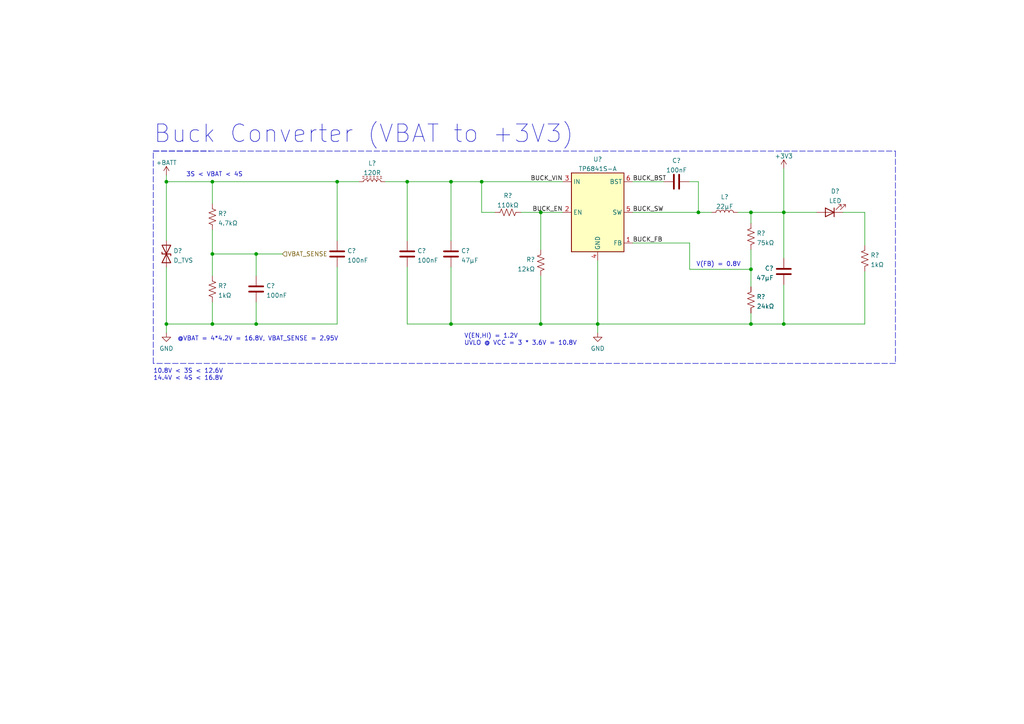
<source format=kicad_sch>
(kicad_sch (version 20211123) (generator eeschema)
  (paper "A4")
  (title_block (title "Multirotor ESC Board") (date "2022-09-12") (rev "v0.0.1") (company "Thomas Francois & Missouri S&T Multirotor Design Team") (comment 1 "Demonstration of example ESC board") (comment 2 "Based upon Phil's Lab Video Demonstration") (comment 3 "ESC Hardware Design (1/2) - Phil's Lab #66") (comment 4 "https://www.youtube.com/watch?v=dJjxcjJOlN0"))
  (lib_symbols
    (symbol "Device:C" (pin_numbers hide) (pin_names (offset 0.254))
      (property "Reference" "C" (at 0.635 2.54 0))
      (property "Value" "C" (at 0.635 -2.54 0))
      (symbol "C_0_1"
        (polyline (pts (xy -2.032 -0.762) (xy 2.032 -0.762)) (stroke (width 0.508)))
        (polyline (pts (xy -2.032 0.762) (xy 2.032 0.762)) (stroke (width 0.508)))
      )
      (symbol "C_1_1"
        (pin passive line (at 0 3.81 270) (length 2.794) (name "~") (number "1"))
        (pin passive line (at 0 -3.81 90) (length 2.794) (name "~") (number "2"))
      )
    )
    (symbol "Device:D_TVS" (pin_numbers hide) (pin_names (offset 1.016) hide)
      (property "Reference" "D" (at 0 2.54 0))
      (property "Value" "D_TVS" (at 0 -2.54 0))
      (symbol "D_TVS_0_1"
        (polyline (pts (xy 1.27 0) (xy -1.27 0)))
        (polyline (pts (xy 0.508 1.27) (xy 0 1.27) (xy 0 -1.27) (xy -0.508 -1.27)) (stroke (width 0.254)))
        (polyline (pts (xy -2.54 1.27) (xy -2.54 -1.27) (xy 2.54 1.27) (xy 2.54 -1.27) (xy -2.54 1.27)) (stroke (width 0.254)))
      )
      (symbol "D_TVS_1_1"
        (pin passive line (at -3.81 0 0) (length 2.54) (name "A1") (number "1"))
        (pin passive line (at 3.81 0 180) (length 2.54) (name "A2") (number "2"))
      )
    )
    (symbol "Device:L" (pin_numbers hide) (pin_names (offset 1.016) hide)
      (property "Reference" "L" (at -1.27 0 90))
      (property "Value" "L" (at 1.905 0 90))
      (symbol "L_0_1"
        (arc (start 0 -2.54) (mid 0.635 -1.905) (end 0 -1.27))
        (arc (start 0 -1.27) (mid 0.635 -0.635) (end 0 0))
        (arc (start 0 0) (mid 0.635 0.635) (end 0 1.27))
        (arc (start 0 1.27) (mid 0.635 1.905) (end 0 2.54))
      )
      (symbol "L_1_1"
        (pin passive line (at 0 3.81 270) (length 1.27) (name "1") (number "1"))
        (pin passive line (at 0 -3.81 90) (length 1.27) (name "2") (number "2"))
      )
    )
    (symbol "Device:LED" (pin_numbers hide) (pin_names (offset 1.016) hide)
      (property "Reference" "D" (at 0 2.54 0))
      (property "Value" "LED" (at 0 -2.54 0))
      (symbol "LED_0_1"
        (polyline (pts (xy -1.27 -1.27) (xy -1.27 1.27)) (stroke (width 0.254)))
        (polyline (pts (xy -1.27 0) (xy 1.27 0)))
        (polyline (pts (xy 1.27 -1.27) (xy 1.27 1.27) (xy -1.27 0) (xy 1.27 -1.27)) (stroke (width 0.254)))
        (polyline (pts (xy -3.048 -0.762) (xy -4.572 -2.286) (xy -3.81 -2.286) (xy -4.572 -2.286) (xy -4.572 -1.524)))
        (polyline (pts (xy -1.778 -0.762) (xy -3.302 -2.286) (xy -2.54 -2.286) (xy -3.302 -2.286) (xy -3.302 -1.524)))
      )
      (symbol "LED_1_1"
        (pin passive line (at -3.81 0 0) (length 2.54) (name "K") (number "1"))
        (pin passive line (at 3.81 0 180) (length 2.54) (name "A") (number "2"))
      )
    )
    (symbol "Device:L_Ferrite" (pin_numbers hide) (pin_names (offset 1.016) hide)
      (property "Reference" "L" (at -1.27 0 90))
      (property "Value" "L_Ferrite" (at 2.794 0 90))
      (symbol "L_Ferrite_0_1"
        (arc (start 0 -2.54) (mid 0.635 -1.905) (end 0 -1.27))
        (arc (start 0 -1.27) (mid 0.635 -0.635) (end 0 0))
        (polyline (pts (xy 1.016 -2.794) (xy 1.016 -2.286)))
        (polyline (pts (xy 1.016 -1.778) (xy 1.016 -1.27)))
        (polyline (pts (xy 1.016 -0.762) (xy 1.016 -0.254)))
        (polyline (pts (xy 1.016 0.254) (xy 1.016 0.762)))
        (polyline (pts (xy 1.016 1.27) (xy 1.016 1.778)))
        (polyline (pts (xy 1.016 2.286) (xy 1.016 2.794)))
        (polyline (pts (xy 1.524 -2.286) (xy 1.524 -2.794)))
        (polyline (pts (xy 1.524 -1.27) (xy 1.524 -1.778)))
        (polyline (pts (xy 1.524 -0.254) (xy 1.524 -0.762)))
        (polyline (pts (xy 1.524 0.762) (xy 1.524 0.254)))
        (polyline (pts (xy 1.524 1.778) (xy 1.524 1.27)))
        (polyline (pts (xy 1.524 2.794) (xy 1.524 2.286)))
        (arc (start 0 0) (mid 0.635 0.635) (end 0 1.27))
        (arc (start 0 1.27) (mid 0.635 1.905) (end 0 2.54))
      )
      (symbol "L_Ferrite_1_1"
        (pin passive line (at 0 3.81 270) (length 1.27) (name "1") (number "1"))
        (pin passive line (at 0 -3.81 90) (length 1.27) (name "2") (number "2"))
      )
    )
    (symbol "Device:R_US" (pin_numbers hide) (pin_names (offset 0))
      (property "Reference" "R" (at 2.54 0 90))
      (property "Value" "R_US" (at -2.54 0 90))
      (symbol "R_US_0_1"
        (polyline (pts (xy 0 -2.286) (xy 0 -2.54)))
        (polyline (pts (xy 0 2.286) (xy 0 2.54)))
        (polyline (pts (xy 0 -0.762) (xy 1.016 -1.143) (xy 0 -1.524) (xy -1.016 -1.905) (xy 0 -2.286)))
        (polyline (pts (xy 0 0.762) (xy 1.016 0.381) (xy 0 0) (xy -1.016 -0.381) (xy 0 -0.762)))
        (polyline (pts (xy 0 2.286) (xy 1.016 1.905) (xy 0 1.524) (xy -1.016 1.143) (xy 0 0.762)))
      )
      (symbol "R_US_1_1"
        (pin passive line (at 0 3.81 270) (length 1.27) (name "~") (number "1"))
        (pin passive line (at 0 -3.81 90) (length 1.27) (name "~") (number "2"))
      )
    )
    (symbol "Regulator_Switching:AP63200WU"
      (property "Reference" "U?" (at 0 9.0465 0))
      (property "Value" "TP6841S-A" (at 0 6.2714 0))
      (symbol "AP63200WU_0_1"
        (rectangle (start -7.62 5.08) (end 7.62 -17.78) (stroke (width 0.254)) (fill (type background)))
      )
      (symbol "AP63200WU_1_1"
        (pin input line (at 10.16 -15.24 180) (length 2.54) (name "FB") (number "1"))
        (pin input line (at -10.16 -6.35 0) (length 2.54) (name "EN") (number "2"))
        (pin power_in line (at -10.16 2.54 0) (length 2.54) (name "IN") (number "3"))
        (pin power_in line (at 0 -20.32 90) (length 2.54) (name "GND") (number "4"))
        (pin output line (at 10.16 -6.35 180) (length 2.54) (name "SW") (number "5"))
        (pin passive line (at 10.16 2.54 180) (length 2.54) (name "BST") (number "6"))
      )
    )
    (symbol "power:+3V3" (power) (pin_names (offset 0))
      (property "Value" "+3V3" (at 0 3.556 0))
      (symbol "+3V3_0_1"
        (polyline (pts (xy -0.762 1.27) (xy 0 2.54)))
        (polyline (pts (xy 0 0) (xy 0 2.54)))
        (polyline (pts (xy 0 2.54) (xy 0.762 1.27)))
      )
      (symbol "+3V3_1_1"
        (pin power_in line (at 0 0 90) (length 0) hide (name "+3V3") (number "1"))
      )
    )
    (symbol "power:+BATT" (power) (pin_names (offset 0))
      (property "Value" "+BATT" (at 0 3.556 0))
      (symbol "+BATT_0_1"
        (polyline (pts (xy -0.762 1.27) (xy 0 2.54)))
        (polyline (pts (xy 0 0) (xy 0 2.54)))
        (polyline (pts (xy 0 2.54) (xy 0.762 1.27)))
      )
      (symbol "+BATT_1_1"
        (pin power_in line (at 0 0 90) (length 0) hide (name "+BATT") (number "1"))
      )
    )
    (symbol "power:GND" (power) (pin_names (offset 0))
      (property "Value" "GND" (at 0 -3.81 0))
      (symbol "GND_0_1"
        (polyline (pts (xy 0 0) (xy 0 -1.27) (xy 1.27 -1.27) (xy 0 -2.54) (xy -1.27 -1.27) (xy 0 -1.27)))
      )
      (symbol "GND_1_1"
        (pin power_in line (at 0 0 270) (length 0) hide (name "GND") (number "1"))
      )
    )
  )
  (junction (at 202.565 61.595))
  (junction (at 74.295 73.66))
  (junction (at 97.79 52.705))
  (junction (at 156.845 61.595))
  (junction (at 156.845 93.98))
  (junction (at 130.81 52.705))
  (junction (at 74.295 93.98))
  (junction (at 173.355 93.98))
  (junction (at 139.7 52.705))
  (junction (at 130.81 93.98))
  (junction (at 48.26 93.98))
  (junction (at 61.595 93.98))
  (junction (at 227.33 61.595))
  (junction (at 118.11 52.705))
  (junction (at 217.805 93.98))
  (junction (at 61.595 52.705))
  (junction (at 48.26 52.705))
  (junction (at 61.595 73.66))
  (junction (at 217.805 61.595))
  (junction (at 217.805 78.105))
  (junction (at 227.33 93.98))
  (polyline (pts (xy 44.45 43.815) (xy 60.96 43.815)))
  (wire (pts (xy 61.595 93.98) (xy 48.26 93.98)))
  (wire (pts (xy 227.33 61.595) (xy 236.855 61.595)))
  (wire (pts (xy 61.595 73.66) (xy 74.295 73.66)))
  (wire (pts (xy 156.845 80.01) (xy 156.845 93.98)))
  (wire (pts (xy 97.79 52.705) (xy 104.14 52.705)))
  (wire (pts (xy 139.7 52.705) (xy 163.195 52.705)))
  (wire (pts (xy 97.79 93.98) (xy 97.79 77.47)))
  (wire (pts (xy 130.81 52.705) (xy 118.11 52.705)))
  (wire (pts (xy 48.26 93.98) (xy 48.26 96.52)))
  (polyline (pts (xy 259.715 105.41) (xy 44.45 105.41)))
  (wire (pts (xy 48.26 52.705) (xy 48.26 69.85)))
  (wire (pts (xy 156.845 93.98) (xy 173.355 93.98)))
  (wire (pts (xy 97.79 52.705) (xy 97.79 69.85)))
  (wire (pts (xy 139.7 61.595) (xy 139.7 52.705)))
  (wire (pts (xy 151.13 61.595) (xy 156.845 61.595)))
  (wire (pts (xy 61.595 52.705) (xy 48.26 52.705)))
  (wire (pts (xy 183.515 52.705) (xy 192.405 52.705)))
  (wire (pts (xy 200.025 78.105) (xy 217.805 78.105)))
  (wire (pts (xy 250.825 78.74) (xy 250.825 93.98)))
  (wire (pts (xy 118.11 93.98) (xy 130.81 93.98)))
  (wire (pts (xy 217.805 61.595) (xy 217.805 64.77)))
  (wire (pts (xy 111.76 52.705) (xy 118.11 52.705)))
  (wire (pts (xy 156.845 61.595) (xy 156.845 72.39)))
  (wire (pts (xy 217.805 72.39) (xy 217.805 78.105)))
  (wire (pts (xy 61.595 59.055) (xy 61.595 52.705)))
  (wire (pts (xy 213.995 61.595) (xy 217.805 61.595)))
  (wire (pts (xy 250.825 93.98) (xy 227.33 93.98)))
  (wire (pts (xy 227.33 48.895) (xy 227.33 61.595)))
  (wire (pts (xy 48.26 50.8) (xy 48.26 52.705)))
  (wire (pts (xy 227.33 61.595) (xy 217.805 61.595)))
  (wire (pts (xy 183.515 61.595) (xy 202.565 61.595)))
  (wire (pts (xy 156.845 61.595) (xy 163.195 61.595)))
  (wire (pts (xy 118.11 77.47) (xy 118.11 93.98)))
  (polyline (pts (xy 44.45 43.815) (xy 259.715 43.815)))
  (wire (pts (xy 143.51 61.595) (xy 139.7 61.595)))
  (polyline (pts (xy 259.715 43.815) (xy 259.715 105.41)))
  (wire (pts (xy 61.595 87.63) (xy 61.595 93.98)))
  (wire (pts (xy 250.825 71.12) (xy 250.825 61.595)))
  (polyline (pts (xy 44.45 105.41) (xy 44.45 43.815)))
  (wire (pts (xy 130.81 52.705) (xy 139.7 52.705)))
  (wire (pts (xy 61.595 66.675) (xy 61.595 73.66)))
  (wire (pts (xy 227.33 93.98) (xy 217.805 93.98)))
  (wire (pts (xy 74.295 73.66) (xy 81.915 73.66)))
  (wire (pts (xy 61.595 73.66) (xy 61.595 80.01)))
  (wire (pts (xy 173.355 93.98) (xy 173.355 75.565)))
  (wire (pts (xy 250.825 61.595) (xy 244.475 61.595)))
  (wire (pts (xy 74.295 80.01) (xy 74.295 73.66)))
  (wire (pts (xy 74.295 93.98) (xy 97.79 93.98)))
  (wire (pts (xy 130.81 93.98) (xy 156.845 93.98)))
  (wire (pts (xy 227.33 82.55) (xy 227.33 93.98)))
  (wire (pts (xy 173.355 93.98) (xy 173.355 96.52)))
  (wire (pts (xy 183.515 70.485) (xy 200.025 70.485)))
  (wire (pts (xy 202.565 61.595) (xy 206.375 61.595)))
  (wire (pts (xy 61.595 93.98) (xy 74.295 93.98)))
  (wire (pts (xy 217.805 90.805) (xy 217.805 93.98)))
  (wire (pts (xy 118.11 52.705) (xy 118.11 69.85)))
  (wire (pts (xy 74.295 87.63) (xy 74.295 93.98)))
  (wire (pts (xy 227.33 74.93) (xy 227.33 61.595)))
  (wire (pts (xy 202.565 52.705) (xy 202.565 61.595)))
  (wire (pts (xy 61.595 52.705) (xy 97.79 52.705)))
  (wire (pts (xy 200.025 52.705) (xy 202.565 52.705)))
  (wire (pts (xy 130.81 69.85) (xy 130.81 52.705)))
  (wire (pts (xy 48.26 77.47) (xy 48.26 93.98)))
  (wire (pts (xy 130.81 77.47) (xy 130.81 93.98)))
  (wire (pts (xy 217.805 78.105) (xy 217.805 83.185)))
  (wire (pts (xy 217.805 93.98) (xy 173.355 93.98)))
  (wire (pts (xy 200.025 70.485) (xy 200.025 78.105)))
  (text "@VBAT = 4*4.2V = 16.8V, VBAT_SENSE = 2.95V" (at 51.435 99.06 0) (effects (font (size 1.27 1.27)) (justify left bottom)))
  (text "3S < VBAT < 4S" (at 53.975 51.435 0) (effects (font (size 1.27 1.27)) (justify left bottom)))
  (text "V(FB) = 0.8V" (at 201.93 77.47 0) (effects (font (size 1.27 1.27)) (justify left bottom)))
  (text "V(EN,HI) = 1.2V\nUVLO @ VCC = 3 * 3.6V = 10.8V" (at 134.62 100.33 0) (effects (font (size 1.27 1.27)) (justify left bottom)))
  (text "Buck Converter (VBAT to +3V3)" (at 44.45 41.91 0) (effects (font (size 5.08 5.08)) (justify left bottom)))
  (text "10.8V < 3S < 12.6V\n14.4V < 4S < 16.8V" (at 44.45 110.49 0) (effects (font (size 1.27 1.27)) (justify left bottom)))
  (label "BUCK_EN" (at 163.195 61.595 180))
  (label "BUCK_BST" (at 183.515 52.705 0))
  (label "BUCK_FB" (at 183.515 70.485 0))
  (label "BUCK_SW" (at 183.515 61.595 0))
  (label "BUCK_VIN" (at 163.195 52.705 180))
  (hierarchical_label "VBAT_SENSE" (shape input) (at 81.915 73.66 0))
  (symbol (lib_id "Device:LED") (at 240.665 61.595 180) (unit 1)
    (property "Reference" "D?" (at 242.2525 55.4695 0))
    (property "Value" "LED" (at 242.2525 58.2446 0))
  )
  (symbol (lib_id "power:+BATT") (at 48.26 50.8 0) (unit 1)
    (property "Reference" "#PWR?" (effects hide))
    (property "Value" "+BATT" (at 48.26 47.1955 0))
  )
  (symbol (lib_id "Device:R_US") (at 217.805 68.58 0) (mirror y) (unit 1)
    (property "Reference" "R?" (at 219.456 67.6715 0) (effects (justify right)))
    (property "Value" "75kΩ" (at 219.456 70.4466 0) (effects (justify right)))
  )
  (symbol (lib_id "Device:R_US") (at 61.595 83.82 0) (unit 1)
    (property "Reference" "R?" (at 63.246 82.9115 0) (effects (justify left)))
    (property "Value" "1kΩ" (at 63.246 85.6866 0) (effects (justify left)))
  )
  (symbol (lib_id "Device:R_US") (at 147.32 61.595 270) (unit 1)
    (property "Reference" "R?" (at 147.32 56.7395 90))
    (property "Value" "110kΩ" (at 147.32 59.5146 90))
  )
  (symbol (lib_id "Device:C") (at 97.79 73.66 0) (unit 1)
    (property "Reference" "C?" (at 100.711 72.7515 0) (effects (justify left)))
    (property "Value" "100nF" (at 100.711 75.5266 0) (effects (justify left)))
  )
  (symbol (lib_id "Device:R_US") (at 156.845 76.2 0) (mirror x) (unit 1)
    (property "Reference" "R?" (at 155.194 75.2915 0) (effects (justify right)))
    (property "Value" "12kΩ" (at 155.194 78.0666 0) (effects (justify right)))
  )
  (symbol (lib_id "Device:C") (at 196.215 52.705 90) (unit 1)
    (property "Reference" "C?" (at 196.215 46.5795 90))
    (property "Value" "100nF" (at 196.215 49.3546 90))
  )
  (symbol (lib_id "power:GND") (at 48.26 96.52 0) (unit 1)
    (property "Reference" "#PWR?" (effects hide))
    (property "Value" "GND" (at 48.26 101.0825 0))
  )
  (symbol (lib_id "power:GND") (at 173.355 96.52 0) (unit 1)
    (property "Reference" "#PWR?" (effects hide))
    (property "Value" "GND" (at 173.355 101.0825 0))
  )
  (symbol (lib_id "Device:C") (at 130.81 73.66 0) (unit 1)
    (property "Reference" "C?" (at 133.731 72.7515 0) (effects (justify left)))
    (property "Value" "47μF" (at 133.731 75.5266 0) (effects (justify left)))
  )
  (symbol (lib_id "Device:C") (at 74.295 83.82 0) (unit 1)
    (property "Reference" "C?" (at 77.216 82.9115 0) (effects (justify left)))
    (property "Value" "100nF" (at 77.216 85.6866 0) (effects (justify left)))
  )
  (symbol (lib_id "power:+3V3") (at 227.33 48.895 0) (unit 1)
    (property "Reference" "#PWR?" (effects hide))
    (property "Value" "+3V3" (at 227.33 45.2905 0))
  )
  (symbol (lib_id "Device:L") (at 210.185 61.595 90) (unit 1)
    (property "Reference" "L?" (at 210.185 57.1205 90))
    (property "Value" "22μF" (at 210.185 59.8956 90))
  )
  (symbol (lib_id "Device:L_Ferrite") (at 107.95 52.705 90) (unit 1)
    (property "Reference" "L?" (at 107.95 47.3415 90))
    (property "Value" "120R" (at 107.95 50.1166 90))
  )
  (symbol (lib_id "Device:R_US") (at 250.825 74.93 0) (mirror y) (unit 1)
    (property "Reference" "R?" (at 252.476 74.0215 0) (effects (justify right)))
    (property "Value" "1kΩ" (at 252.476 76.7966 0) (effects (justify right)))
  )
  (symbol (lib_id "Device:D_TVS") (at 48.26 73.66 90) (unit 1)
    (property "Reference" "D?" (at 50.292 72.7515 90) (effects (justify right)))
    (property "Value" "D_TVS" (at 50.292 75.5266 90) (effects (justify right)))
  )
  (symbol (lib_id "Regulator_Switching:AP63200WU") (at 173.355 55.245 0) (unit 1)
    (property "Reference" "U?" (at 173.355 46.1985 0))
    (property "Value" "TP6841S-A" (at 173.355 48.9736 0))
    (property "Footprint" "Package_TO_SOT_SMD:TSOT-23-6" (effects hide))
    (property "Datasheet" "https://datasheet.lcsc.com/lcsc/2108072230_TECH-PUBLIC-TP6841S6-A_C2844924.pdf" (effects hide))
  )
  (symbol (lib_id "Device:R_US") (at 217.805 86.995 0) (mirror y) (unit 1)
    (property "Reference" "R?" (at 219.456 86.0865 0) (effects (justify right)))
    (property "Value" "24kΩ" (at 219.456 88.8616 0) (effects (justify right)))
  )
  (symbol (lib_id "Device:C") (at 118.11 73.66 0) (unit 1)
    (property "Reference" "C?" (at 121.031 72.7515 0) (effects (justify left)))
    (property "Value" "100nF" (at 121.031 75.5266 0) (effects (justify left)))
  )
  (symbol (lib_id "Device:C") (at 227.33 78.74 0) (mirror x) (unit 1)
    (property "Reference" "C?" (at 224.4091 77.8315 0) (effects (justify right)))
    (property "Value" "47μF" (at 224.4091 80.6066 0) (effects (justify right)))
  )
  (symbol (lib_id "Device:R_US") (at 61.595 62.865 0) (unit 1)
    (property "Reference" "R?" (at 63.246 61.9565 0) (effects (justify left)))
    (property "Value" "4.7kΩ" (at 63.246 64.7316 0) (effects (justify left)))
  )
)
</source>
